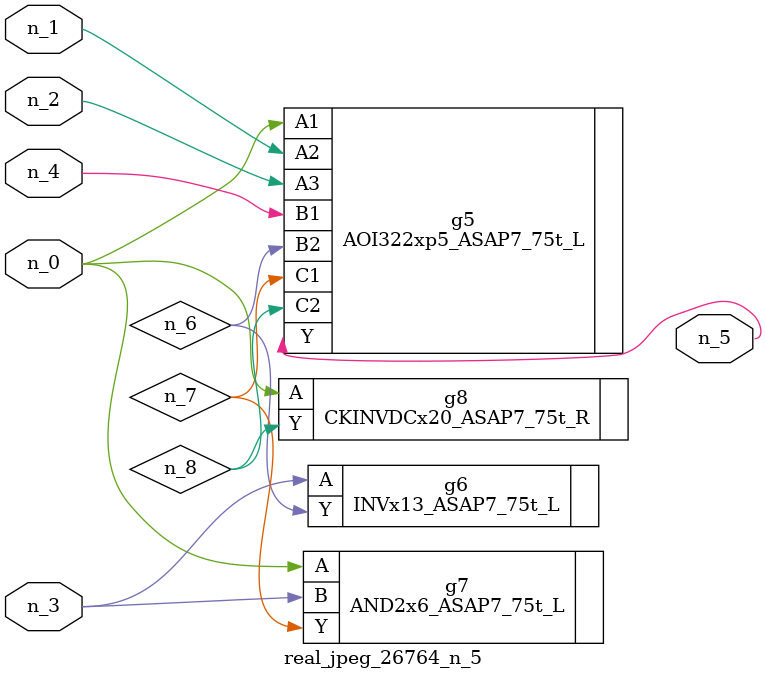
<source format=v>
module real_jpeg_26764_n_5 (n_4, n_0, n_1, n_2, n_3, n_5);

input n_4;
input n_0;
input n_1;
input n_2;
input n_3;

output n_5;

wire n_8;
wire n_6;
wire n_7;

AOI322xp5_ASAP7_75t_L g5 ( 
.A1(n_0),
.A2(n_1),
.A3(n_2),
.B1(n_4),
.B2(n_6),
.C1(n_7),
.C2(n_8),
.Y(n_5)
);

AND2x6_ASAP7_75t_L g7 ( 
.A(n_0),
.B(n_3),
.Y(n_7)
);

CKINVDCx20_ASAP7_75t_R g8 ( 
.A(n_0),
.Y(n_8)
);

INVx13_ASAP7_75t_L g6 ( 
.A(n_3),
.Y(n_6)
);


endmodule
</source>
